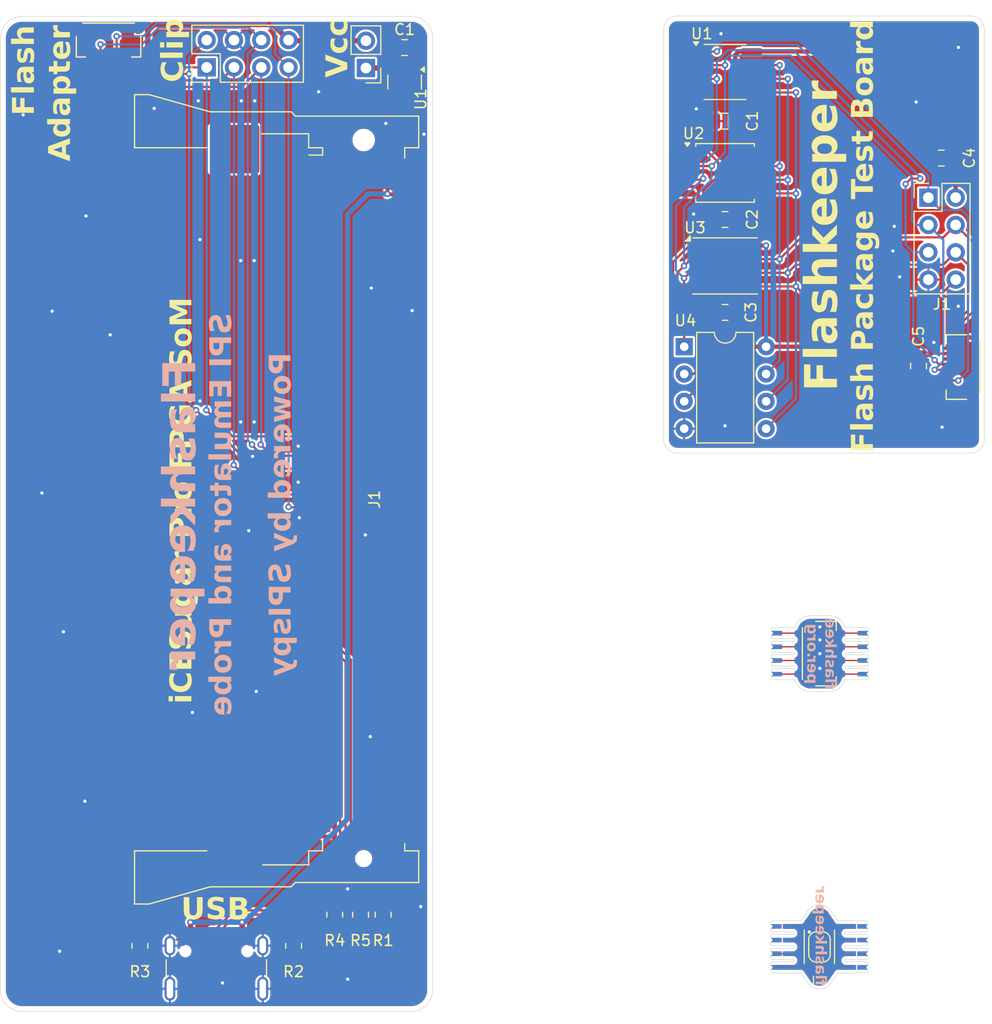
<source format=kicad_pcb>
(kicad_pcb (version 20241229) (generator "pcbnew") (generator_version "9.0")
  (layers (0 "F.Cu" signal) (2 "B.Cu" signal) (13 "F.Paste" user) (15 "B.Paste" user) (5 "F.SilkS" user "F.Silkscreen") (7 "B.SilkS" user "B.Silkscreen") (1 "F.Mask" user) (3 "B.Mask" user) (25 "Edge.Cuts" user))
  (net 0 "")
  (net 1 "CLK")
  (net 2 "+5V")
  (net 3 "GND")
  (net 4 "DI")
  (net 5 "DO")
  (net 6 "{slash}CS")
  (net 7 "Net-(J3-Pin_8)")
  (net 8 "Net-(J2-CC2)")
  (net 9 "+3V3")
  (net 10 "{slash}WP")
  (net 11 "{slash}HOLD")
  (net 12 "Net-(J2-D--PadA7)")
  (net 13 "Net-(J2-D+-PadA6)")
  (net 14 "Net-(J2-CC1)")
  (net 15 "FPGA_D+")
  (net 16 "FPGA_D+_PULL")
  (net 17 "FPGA_D-")
  (net 189 "VCC")
  (net 190 "IO3")
  (net 191 "CS")
  (net 192 "IO2")
  (footprint "Capacitor_SMD:C_0805_2012Metric" (layer "F.Cu") (at 115.521 69.811 180)
    (property "Reference" "C2")
    (property "Value" "0.1uF")
  )
  (footprint "Package_SON:WSON-8-1EP_6x5mm_P1.27mm_EP3.4x4.3mm" (layer "F.Cu") (at 115.525 74.129)
    (property "Reference" "U3")
    (property "Value" "W25Q128JVP")
  )
  (footprint "Capacitor_SMD:C_0805_2012Metric" (layer "F.Cu") (at 133.525 83.426 90)
    (property "Reference" "C5")
    (property "Value" "0.1uF")
  )
  (footprint "Resistor_SMD:R_0805_2012Metric" (layer "F.Cu") (at 83.71 134.43 -90)
    (property "Reference" "R1")
    (property "Value" "1.5k")
  )
  (footprint "Connector_PinHeader_2.54mm:PinHeader_1x02_P2.54mm_Vertical" (layer "F.Cu") (at 82.11 55.73 180)
    (property "Reference" "JP1" (hide yes))
    (property "Value" "Jumper_2_Bridged")
  )
  (footprint "Resistor_SMD:R_0805_2012Metric" (layer "F.Cu") (at 81.61 134.43 -90)
    (property "Reference" "R5")
    (property "Value" "27")
  )
  (footprint "Button_Switch_SMD:SW_DIP_SPSTx01_Slide_Copal_CVS-01xB_W5.9mm_P1mm" (layer "F.Cu") (at 124.3 137.42 90)
    (property "Reference" "SW1" (hide yes))
    (property "Value" "SW_DIP_x01" (hide yes))
  )
  (footprint "Resistor_SMD:R_0805_2012Metric" (layer "F.Cu") (at 79.21 134.43 -90)
    (property "Reference" "R4")
    (property "Value" "27")
  )
  (footprint "Resistor_SMD:R_0805_2012Metric" (layer "F.Cu") (at 75.38 137.33 90)
    (property "Reference" "R2")
    (property "Value" "5.1k")
  )
  (footprint "Resistor_SMD:R_0805_2012Metric" (layer "F.Cu") (at 61.08 137.33 90)
    (property "Reference" "R3")
    (property "Value" "5.1k")
  )
  (footprint "Package_SO:SOIC-8_5.23x5.23mm_P1.27mm" (layer "F.Cu") (at 115.525 65.476)
    (property "Reference" "U2")
    (property "Value" "W25Q128JVS")
  )
  (footprint "Capacitor_SMD:C_0805_2012Metric" (layer "F.Cu") (at 115.525 78.447 180)
    (property "Reference" "C3")
    (property "Value" "0.1uF")
  )
  (footprint "Package_DIP:DIP-8_W7.62mm" (layer "F.Cu") (at 111.725 81.632)
    (property "Reference" "U4")
    (property "Value" "W25Q128JVS")
  )
  (footprint "flashkeeper:SolderConnector_SOIC8Wide" (layer "F.Cu") (at 124.345 110.165)
    (property "Reference" "U1" (hide yes))
    (property "Value" "SPI Flash" (hide yes))
    (fp_line (start -4.52 -1.5113) (end -4.52 -2.2987) (stroke (width 0.05)) (layer "Edge.Cuts") (net 272))
    (fp_line (start -4.52 -1.0287) (end -4.52 -0.2413) (stroke (width 0.05)) (layer "Edge.Cuts") (net 272))
    (fp_line (start -4.52 0.2413) (end -4.52 1.0287) (stroke (width 0.05)) (layer "Edge.Cuts") (net 272))
    (fp_line (start -4.52 1.5113) (end -4.52 2.2987) (stroke (width 0.05)) (layer "Edge.Cuts") (net 272))
    (fp_line (start -4.393 -2.4257) (end -2.4645 -2.4257) (stroke (width 0.05)) (layer "Edge.Cuts") (net 272))
    (fp_line (start -4.393 -1.3843) (end -2.4645 -1.3843) (stroke (width 0.05)) (layer "Edge.Cuts") (net 272))
    (fp_line (start -4.393 -0.1143) (end -2.4645 -0.1143) (stroke (width 0.05)) (layer "Edge.Cuts") (net 272))
    (fp_line (start -4.393 1.1557) (end -2.4645 1.1557) (stroke (width 0.05)) (layer "Edge.Cuts") (net 272))
    (fp_line (start -4.393 2.4257) (end -2.4645 2.4257) (stroke (width 0.05)) (layer "Edge.Cuts") (net 272))
    (fp_line (start -2.4645 -1.1557) (end -4.393 -1.1557) (stroke (width 0.05)) (layer "Edge.Cuts") (net 272))
    (fp_line (start -2.4645 0.1143) (end -4.393 0.1143) (stroke (width 0.05)) (layer "Edge.Cuts") (net 272))
    (fp_line (start -2.4645 1.3843) (end -4.393 1.3843) (stroke (width 0.05)) (layer "Edge.Cuts") (net 272))
    (fp_line (start 2.4645 -1.1557) (end 4.393 -1.1557) (stroke (width 0.05)) (layer "Edge.Cuts") (net 272))
    (fp_line (start 2.4645 0.1143) (end 4.393 0.1143) (stroke (width 0.05)) (layer "Edge.Cuts") (net 272))
    (fp_line (start 2.4645 1.3843) (end 4.393 1.3843) (stroke (width 0.05)) (layer "Edge.Cuts") (net 272))
    (fp_line (start 4.393 -2.4257) (end 2.4645 -2.4257) (stroke (width 0.05)) (layer "Edge.Cuts") (net 272))
    (fp_line (start 4.393 -1.3843) (end 2.4645 -1.3843) (stroke (width 0.05)) (layer "Edge.Cuts") (net 272))
    (fp_line (start 4.393 -0.1143) (end 2.4645 -0.1143) (stroke (width 0.05)) (layer "Edge.Cuts") (net 272))
    (fp_line (start 4.393 1.1557) (end 2.4645 1.1557) (stroke (width 0.05)) (layer "Edge.Cuts") (net 272))
    (fp_line (start 4.393 2.4257) (end 2.4645 2.4257) (stroke (width 0.05)) (layer "Edge.Cuts") (net 272))
    (fp_line (start 4.52 -2.2987) (end 4.52 -1.5113) (stroke (width 0.05)) (layer "Edge.Cuts") (net 272))
    (fp_line (start 4.52 -1.0287) (end 4.52 -0.2413) (stroke (width 0.05)) (layer "Edge.Cuts") (net 272))
    (fp_line (start 4.52 0.2413) (end 4.52 1.0287) (stroke (width 0.05)) (layer "Edge.Cuts") (net 272))
    (fp_line (start 4.52 1.5113) (end 4.52 2.2987) (stroke (width 0.05)) (layer "Edge.Cuts") (net 272))
    (fp_arc (start -4.52 -2.2987) (mid -4.482803 -2.388503) (end -4.393 -2.4257) (stroke (width 0.05)) (layer "Edge.Cuts") (net 272))
    (fp_arc (start -4.52 -1.0287) (mid -4.482803 -1.118503) (end -4.393 -1.1557) (stroke (width 0.05)) (layer "Edge.Cuts") (net 272))
    (fp_arc (start -4.52 0.2413) (mid -4.482803 0.151497) (end -4.393 0.1143) (stroke (width 0.05)) (layer "Edge.Cuts") (net 272))
    (fp_arc (start -4.52 1.5113) (mid -4.482803 1.421497) (end -4.393 1.3843) (stroke (width 0.05)) (layer "Edge.Cuts") (net 272))
    (fp_arc (start -4.393 -1.3843) (mid -4.482803 -1.421497) (end -4.52 -1.5113) (stroke (width 0.05)) (layer "Edge.Cuts") (net 272))
    (fp_arc (start -4.393 -0.1143) (mid -4.482803 -0.151497) (end -4.52 -0.2413) (stroke (width 0.05)) (layer "Edge.Cuts") (net 272))
    (fp_arc (start -4.393 1.1557) (mid -4.482803 1.118503) (end -4.52 1.0287) (stroke (width 0.05)) (layer "Edge.Cuts") (net 272))
    (fp_arc (start -4.393 2.4257) (mid -4.482803 2.388503) (end -4.52 2.2987) (stroke (width 0.05)) (layer "Edge.Cuts") (net 272))
    (fp_arc (start -2.4645 -1.3843) (mid -2.3502 -1.27) (end -2.4645 -1.1557) (stroke (width 0.05)) (layer "Edge.Cuts") (net 272))
    (fp_arc (start -2.4645 -0.1143) (mid -2.3502 0) (end -2.4645 0.1143) (stroke (width 0.05)) (layer "Edge.Cuts") (net 272))
    (fp_arc (start -2.4645 1.1557) (mid -2.3502 1.27) (end -2.4645 1.3843) (stroke (width 0.05)) (layer "Edge.Cuts") (net 272))
    (fp_arc (start 2.4645 -1.1557) (mid 2.3502 -1.27) (end 2.4645 -1.3843) (stroke (width 0.05)) (layer "Edge.Cuts") (net 272))
    (fp_arc (start 2.4645 0.1143) (mid 2.3502 0) (end 2.4645 -0.1143) (stroke (width 0.05)) (layer "Edge.Cuts") (net 272))
    (fp_arc (start 2.4645 1.3843) (mid 2.3502 1.27) (end 2.4645 1.1557) (stroke (width 0.05)) (layer "Edge.Cuts") (net 272))
    (fp_arc (start 4.393 -2.4257) (mid 4.482803 -2.388503) (end 4.52 -2.2987) (stroke (width 0.05)) (layer "Edge.Cuts") (net 272))
    (fp_arc (start 4.393 -1.1557) (mid 4.482803 -1.118503) (end 4.52 -1.0287) (stroke (width 0.05)) (layer "Edge.Cuts") (net 272))
    (fp_arc (start 4.393 0.1143) (mid 4.482803 0.151497) (end 4.52 0.2413) (stroke (width 0.05)) (layer "Edge.Cuts") (net 272))
    (fp_arc (start 4.393 1.3843) (mid 4.482803 1.421497) (end 4.52 1.5113) (stroke (width 0.05)) (layer "Edge.Cuts") (net 272))
    (fp_arc (start 4.52 -1.5113) (mid 4.482803 -1.421497) (end 4.393 -1.3843) (stroke (width 0.05)) (layer "Edge.Cuts") (net 272))
    (fp_arc (start 4.52 -0.2413) (mid 4.482803 -0.151497) (end 4.393 -0.1143) (stroke (width 0.05)) (layer "Edge.Cuts") (net 272))
    (fp_arc (start 4.52 1.0287) (mid 4.482803 1.118503) (end 4.393 1.1557) (stroke (width 0.05)) (layer "Edge.Cuts") (net 272))
    (fp_arc (start 4.52 2.2987) (mid 4.482803 2.388503) (end 4.393 2.4257) (stroke (width 0.05)) (layer "Edge.Cuts") (net 272))
  )
  (footprint "Capacitor_SMD:C_0805_2012Metric" (layer "F.Cu") (at 85.71 53.83)
    (property "Reference" "C1")
    (property "Value" "0.1uF")
  )
  (footprint "flashkeeper:TE_DDR2-SODIMM-200_1565918-4" (layer "F.Cu") (at 86.5 95.82)
    (property "Reference" "J1")
    (property "Value" "SODIMM-200")
  )
  (footprint "Package_TO_SOT_SMD:SOT-23" (layer "F.Cu") (at 85.71 57.03 -90)
    (property "Reference" "U1")
    (property "Value" "MCP1700x-330xxTT")
  )
  (footprint "flashkeeper:USB4215-03-A" (layer "F.Cu") (at 68.19 140.42)
    (property "Reference" "J2" (hide yes))
    (property "Value" "USB_C_Receptacle_USB2.0_16P" (hide yes))
  )
  (footprint "Connector_PinHeader_2.54mm:PinHeader_2x04_P2.54mm_Vertical" (layer "F.Cu") (at 134.444 67.779)
    (property "Reference" "J1")
    (property "Value" "Conn_02x04")
  )
  (footprint "Capacitor_SMD:C_0805_2012Metric" (layer "F.Cu") (at 115.525 60.667 180)
    (property "Reference" "C1")
    (property "Value" "0.1uF")
  )
  (footprint "Capacitor_SMD:C_0805_2012Metric" (layer "F.Cu") (at 135.648 64.096 180)
    (property "Reference" "C4")
    (property "Value" "0.1uF")
  )
  (footprint "flashkeeper:TE_2328702-8" (layer "F.Cu") (at 56.41 54.655 180)
    (property "Reference" "J4" (hide yes))
    (property "Value" "FFC" (hide yes))
  )
  (footprint "Package_SO:SOIC-8_3.9x4.9mm_P1.27mm" (layer "F.Cu") (at 115.525 56.095)
    (property "Reference" "U1")
    (property "Value" "W25Q128JVS")
  )
  (footprint "flashkeeper:SolderConnector_SOIC8Wide" (layer "F.Cu") (at 124.305 137.425)
    (property "Reference" "U1" (hide yes))
    (property "Value" "SPI Flash" (hide yes))
    (fp_line (start -4.52 -1.5113) (end -4.52 -2.2987) (stroke (width 0.05)) (layer "Edge.Cuts") (net 108))
    (fp_line (start -4.52 -1.0287) (end -4.52 -0.2413) (stroke (width 0.05)) (layer "Edge.Cuts") (net 108))
    (fp_line (start -4.52 0.2413) (end -4.52 1.0287) (stroke (width 0.05)) (layer "Edge.Cuts") (net 108))
    (fp_line (start -4.52 1.5113) (end -4.52 2.2987) (stroke (width 0.05)) (layer "Edge.Cuts") (net 108))
    (fp_line (start -4.393 -2.4257) (end -2.4645 -2.4257) (stroke (width 0.05)) (layer "Edge.Cuts") (net 108))
    (fp_line (start -4.393 -1.3843) (end -2.4645 -1.3843) (stroke (width 0.05)) (layer "Edge.Cuts") (net 108))
    (fp_line (start -4.393 -0.1143) (end -2.4645 -0.1143) (stroke (width 0.05)) (layer "Edge.Cuts") (net 108))
    (fp_line (start -4.393 1.1557) (end -2.4645 1.1557) (stroke (width 0.05)) (layer "Edge.Cuts") (net 108))
    (fp_line (start -4.393 2.4257) (end -2.4645 2.4257) (stroke (width 0.05)) (layer "Edge.Cuts") (net 108))
    (fp_line (start -2.4645 -1.1557) (end -4.393 -1.1557) (stroke (width 0.05)) (layer "Edge.Cuts") (net 108))
    (fp_line (start -2.4645 0.1143) (end -4.393 0.1143) (stroke (width 0.05)) (layer "Edge.Cuts") (net 108))
    (fp_line (start -2.4645 1.3843) (end -4.393 1.3843) (stroke (width 0.05)) (layer "Edge.Cuts") (net 108))
    (fp_line (start 2.4645 -1.1557) (end 4.393 -1.1557) (stroke (width 0.05)) (layer "Edge.Cuts") (net 108))
    (fp_line (start 2.4645 0.1143) (end 4.393 0.1143) (stroke (width 0.05)) (layer "Edge.Cuts") (net 108))
    (fp_line (start 2.4645 1.3843) (end 4.393 1.3843) (stroke (width 0.05)) (layer "Edge.Cuts") (net 108))
    (fp_line (start 4.393 -2.4257) (end 2.4645 -2.4257) (stroke (width 0.05)) (layer "Edge.Cuts") (net 108))
    (fp_line (start 4.393 -1.3843) (end 2.4645 -1.3843) (stroke (width 0.05)) (layer "Edge.Cuts") (net 108))
    (fp_line (start 4.393 -0.1143) (end 2.4645 -0.1143) (stroke (width 0.05)) (layer "Edge.Cuts") (net 108))
    (fp_line (start 4.393 1.1557) (end 2.4645 1.1557) (stroke (width 0.05)) (layer "Edge.Cuts") (net 108))
    (fp_line (start 4.393 2.4257) (end 2.4645 2.4257) (stroke (width 0.05)) (layer "Edge.Cuts") (net 108))
    (fp_line (start 4.52 -2.2987) (end 4.52 -1.5113) (stroke (width 0.05)) (layer "Edge.Cuts") (net 108))
    (fp_line (start 4.52 -1.0287) (end 4.52 -0.2413) (stroke (width 0.05)) (layer "Edge.Cuts") (net 108))
    (fp_line (start 4.52 0.2413) (end 4.52 1.0287) (stroke (width 0.05)) (layer "Edge.Cuts") (net 108))
    (fp_line (start 4.52 1.5113) (end 4.52 2.2987) (stroke (width 0.05)) (layer "Edge.Cuts") (net 108))
    (fp_arc (start -4.52 -2.2987) (mid -4.482803 -2.388503) (end -4.393 -2.4257) (stroke (width 0.05)) (layer "Edge.Cuts") (net 108))
    (fp_arc (start -4.52 -1.0287) (mid -4.482803 -1.118503) (end -4.393 -1.1557) (stroke (width 0.05)) (layer "Edge.Cuts") (net 108))
    (fp_arc (start -4.52 0.2413) (mid -4.482803 0.151497) (end -4.393 0.1143) (stroke (width 0.05)) (layer "Edge.Cuts") (net 108))
    (fp_arc (start -4.52 1.5113) (mid -4.482803 1.421497) (end -4.393 1.3843) (stroke (width 0.05)) (layer "Edge.Cuts") (net 108))
    (fp_arc (start -4.393 -1.3843) (mid -4.482803 -1.421497) (end -4.52 -1.5113) (stroke (width 0.05)) (layer "Edge.Cuts") (net 108))
    (fp_arc (start -4.393 -0.1143) (mid -4.482803 -0.151497) (end -4.52 -0.2413) (stroke (width 0.05)) (layer "Edge.Cuts") (net 108))
    (fp_arc (start -4.393 1.1557) (mid -4.482803 1.118503) (end -4.52 1.0287) (stroke (width 0.05)) (layer "Edge.Cuts") (net 108))
    (fp_arc (start -4.393 2.4257) (mid -4.482803 2.388503) (end -4.52 2.2987) (stroke (width 0.05)) (layer "Edge.Cuts") (net 108))
    (fp_arc (start -2.4645 -1.3843) (mid -2.3502 -1.27) (end -2.4645 -1.1557) (stroke (width 0.05)) (layer "Edge.Cuts") (net 108))
    (fp_arc (start -2.4645 -0.1143) (mid -2.3502 0) (end -2.4645 0.1143) (stroke (width 0.05)) (layer "Edge.Cuts") (net 108))
    (fp_arc (start -2.4645 1.1557) (mid -2.3502 1.27) (end -2.4645 1.3843) (stroke (width 0.05)) (layer "Edge.Cuts") (net 108))
    (fp_arc (start 2.4645 -1.1557) (mid 2.3502 -1.27) (end 2.4645 -1.3843) (stroke (width 0.05)) (layer "Edge.Cuts") (net 108))
    (fp_arc (start 2.4645 0.1143) (mid 2.3502 0) (end 2.4645 -0.1143) (stroke (width 0.05)) (layer "Edge.Cuts") (net 108))
    (fp_arc (start 2.4645 1.3843) (mid 2.3502 1.27) (end 2.4645 1.1557) (stroke (width 0.05)) (layer "Edge.Cuts") (net 108))
    (fp_arc (start 4.393 -2.4257) (mid 4.482803 -2.388503) (end 4.52 -2.2987) (stroke (width 0.05)) (layer "Edge.Cuts") (net 108))
    (fp_arc (start 4.393 -1.1557) (mid 4.482803 -1.118503) (end 4.52 -1.0287) (stroke (width 0.05)) (layer "Edge.Cuts") (net 108))
    (fp_arc (start 4.393 0.1143) (mid 4.482803 0.151497) (end 4.52 0.2413) (stroke (width 0.05)) (layer "Edge.Cuts") (net 108))
    (fp_arc (start 4.393 1.3843) (mid 4.482803 1.421497) (end 4.52 1.5113) (stroke (width 0.05)) (layer "Edge.Cuts") (net 108))
    (fp_arc (start 4.52 -1.5113) (mid 4.482803 -1.421497) (end 4.393 -1.3843) (stroke (width 0.05)) (layer "Edge.Cuts") (net 108))
    (fp_arc (start 4.52 -0.2413) (mid 4.482803 -0.151497) (end 4.393 -0.1143) (stroke (width 0.05)) (layer "Edge.Cuts") (net 108))
    (fp_arc (start 4.52 1.0287) (mid 4.482803 1.118503) (end 4.393 1.1557) (stroke (width 0.05)) (layer "Edge.Cuts") (net 108))
    (fp_arc (start 4.52 2.2987) (mid 4.482803 2.388503) (end 4.393 2.4257) (stroke (width 0.05)) (layer "Edge.Cuts") (net 108))
  )
  (footprint "Jumper:SolderJumper-2_P1.3mm_Open_RoundedPad1.0x1.5mm" (layer "F.Cu") (at 124.31 137.43 -90)
    (property "Reference" "JP1" (hide yes))
    (property "Value" "WP" (hide yes))
  )
  (footprint "flashkeeper:TE_2328702-8" (layer "F.Cu") (at 136.145 81.776 90)
    (property "Reference" "J2" (hide yes))
    (property "Value" "FFC" (hide yes))
  )
  (footprint "flashkeeper:TE_2328702-8" (layer "F.Cu") (at 125.815 111.915 -90)
    (property "Reference" "J1" (hide yes))
    (property "Value" "FFC" (hide yes))
  )
  (footprint "Connector_PinHeader_2.54mm:PinHeader_2x04_P2.54mm_Vertical" (layer "F.Cu") (at 67.29 55.67 90)
    (property "Reference" "J3" (hide yes))
    (property "Value" "Header_2x4" (hide yes))
  )
  (gr_line (start 86.31 50.93) (end 50.11 50.93) (stroke (width 0.05)) (layer "Edge.Cuts"))
  (gr_arc (start 88.31 141.43) (mid 87.724214 142.844214) (end 86.31 143.43) (stroke (width 0.05)) (layer "Edge.Cuts"))
  (gr_line (start 139.651 90.258) (end 139.651 52.158) (stroke (width 0.05)) (layer "Edge.Cuts"))
  (gr_line (start 123.47196 113.696596) (end 125.20804 113.696597) (stroke (width 0.05)) (layer "Edge.Cuts"))
  (gr_line (start 122.5975 134.9993) (end 121.8405 134.9993) (stroke (width 0.05)) (layer "Edge.Cuts"))
  (gr_line (start 50.11 143.43) (end 86.31 143.43) (stroke (width 0.05)) (layer "Edge.Cuts"))
  (gr_arc (start 50.11 143.43) (mid 48.695786 142.844214) (end 48.11 141.43) (stroke (width 0.05)) (layer "Edge.Cuts"))
  (gr_line (start 88.31 141.43) (end 88.31 52.93) (stroke (width 0.05)) (layer "Edge.Cuts"))
  (gr_line (start 126.685 107.735) (end 126.815 107.735) (stroke (width 0.05)) (layer "Edge.Cuts"))
  (gr_arc (start 126.675 112.595) (mid 126.124696 113.389728) (end 125.20804 113.696597) (stroke (width 0.05)) (layer "Edge.Cuts"))
  (gr_arc (start 138.381 50.888) (mid 139.279026 51.259974) (end 139.651 52.158) (stroke (width 0.05)) (layer "Edge.Cuts"))
  (gr_arc (start 125.289271 140.89398) (mid 124.3076 141.340015) (end 123.320858 140.905313) (stroke (width 0.05)) (layer "Edge.Cuts"))
  (gr_line (start 122.015 107.735) (end 121.885 107.735) (stroke (width 0.05)) (layer "Edge.Cuts"))
  (gr_line (start 109.806 52.158) (end 109.806 90.258) (stroke (width 0.05)) (layer "Edge.Cuts"))
  (gr_line (start 126.0125 139.8507) (end 126.7695 139.8507) (stroke (width 0.05)) (layer "Edge.Cuts"))
  (gr_line (start 122.5975 134.9993) (end 123.320729 133.95602) (stroke (width 0.05)) (layer "Edge.Cuts"))
  (gr_line (start 126.675 112.595) (end 126.805 112.595) (stroke (width 0.05)) (layer "Edge.Cuts"))
  (gr_arc (start 109.806 52.158) (mid 110.177974 51.259974) (end 111.076 50.888) (stroke (width 0.05)) (layer "Edge.Cuts"))
  (gr_arc (start 48.11 52.93) (mid 48.695786 51.515786) (end 50.11 50.93) (stroke (width 0.05)) (layer "Edge.Cuts"))
  (gr_line (start 126.0125 134.9993) (end 125.289142 133.944687) (stroke (width 0.05)) (layer "Edge.Cuts"))
  (gr_arc (start 122.015 107.735) (mid 122.565304 106.940272) (end 123.48196 106.633403) (stroke (width 0.05)) (layer "Edge.Cuts"))
  (gr_line (start 111.076 91.528) (end 138.381 91.528) (stroke (width 0.05)) (layer "Edge.Cuts"))
  (gr_line (start 138.381 50.888) (end 111.076 50.888) (stroke (width 0.05)) (layer "Edge.Cuts"))
  (gr_arc (start 123.47196 113.696597) (mid 122.555304 113.389728) (end 122.005 112.595) (stroke (width 0.05)) (layer "Edge.Cuts"))
  (gr_arc (start 139.651 90.258) (mid 139.279026 91.156026) (end 138.381 91.528) (stroke (width 0.05)) (layer "Edge.Cuts"))
  (gr_arc (start 125.21804 106.633403) (mid 126.134696 106.940272) (end 126.685 107.735) (stroke (width 0.05)) (layer "Edge.Cuts"))
  (gr_line (start 122.5975 139.8507) (end 123.320858 140.905313) (stroke (width 0.05)) (layer "Edge.Cuts"))
  (gr_arc (start 123.320729 133.95602) (mid 124.3024 133.509985) (end 125.289142 133.944687) (stroke (width 0.05)) (layer "Edge.Cuts"))
  (gr_line (start 122.5975 139.8507) (end 121.8405 139.8507) (stroke (width 0.05)) (layer "Edge.Cuts"))
  (gr_arc (start 86.31 50.93) (mid 87.724214 51.515786) (end 88.31 52.93) (stroke (width 0.05)) (layer "Edge.Cuts"))
  (gr_line (start 126.0125 139.8507) (end 125.289271 140.89398) (stroke (width 0.05)) (layer "Edge.Cuts"))
  (gr_arc (start 111.076 91.528) (mid 110.177974 91.156026) (end 109.806 90.258) (stroke (width 0.05)) (layer "Edge.Cuts"))
  (gr_line (start 125.21804 106.633404) (end 123.48196 106.633403) (stroke (width 0.05)) (layer "Edge.Cuts"))
  (gr_line (start 122.005 112.595) (end 121.875 112.595) (stroke (width 0.05)) (layer "Edge.Cuts"))
  (gr_line (start 48.11 52.93) (end 48.11 141.43) (stroke (width 0.05)) (layer "Edge.Cuts"))
  (gr_line (start 126.7695 134.9993) (end 126.0125 134.9993) (stroke (width 0.05)) (layer "Edge.Cuts"))
  (gr_text "Vcc" (at 80.71 53.88 90) (layer "F.SilkS") (effects (font (size 2 2) (thickness 0.3) (bold yes)) (justify bottom)))
  (gr_text "USB" (at 68.11 135.18 0) (layer "F.SilkS") (effects (font (size 2 2) (thickness 0.3) (bold yes)) (justify bottom)))
  (gr_text "Flash Package Test Board" (at 129.618 71.335 90) (layer "F.SilkS") (effects (font (size 2 2) (thickness 0.3) (bold yes)) (justify bottom)))
  (gr_text "Flash\nAdapter" (at 54.91 51.73 90) (layer "F.SilkS") (effects (font (size 2 2) (thickness 0.3) (bold yes)) (justify right bottom)))
  (gr_text "iCESugar-Pro FPGA SoM" (at 66.21 95.93 90) (layer "F.SilkS") (effects (font (size 2 2) (thickness 0.3) (bold yes)) (justify bottom)))
  (gr_text "Flashkeeper" (at 126.443 71.335 90) (layer "F.SilkS") (effects (font (size 3 3) (thickness 0.3) (bold yes)) (justify bottom)))
  (gr_text "Clip" (at 65.41 54.08 90) (layer "F.SilkS") (effects (font (size 2 2) (thickness 0.3) (bold yes)) (justify bottom)))
  (gr_text "flashkee\nper.org" (at 123.005 110.185 270) (layer "B.SilkS") (effects (font (size 1 1) (thickness 0.1)) (justify bottom mirror)))
  (gr_text "Flashkeeper" (at 66.735 97.229998 90) (layer "B.SilkS") (effects (font (size 3 3) (thickness 0.3) (bold yes)) (justify bottom mirror)))
  (gr_text "Powered by SPIspy" (at 75.435 97.23 90) (layer "B.SilkS") (effects (font (size 2 2) (thickness 0.3) (bold yes)) (justify bottom mirror)))
  (gr_text "SPI Emulator and Probe" (at 69.91 97.229998 90) (layer "B.SilkS") (effects (font (size 2 2) (thickness 0.3) (bold yes)) (justify bottom mirror)))
  (gr_text "flashkeeper" (at 123.78 141.04 270) (layer "B.SilkS") (effects (font (size 1 1) (thickness 0.1)) (justify left bottom mirror)))
  (segment (start 138.135 78.266) (end 138.135 74.01) (width 0.2) (layer "F.Cu") (net 1))
  (segment (start 138.135 74.01) (end 136.984 72.859) (width 0.2) (layer "F.Cu") (net 1))
  (segment (start 128.865 110.8) (end 126.69 110.8) (width 0.12) (layer "F.Cu") (net 1))
  (segment (start 57.41 53.53) (end 57.41 54.655) (width 0.2) (layer "F.Cu") (net 1))
  (segment (start 121.363 74.764) (end 122.117 74.01) (width 0.2) (layer "F.Cu") (net 1))
  (segment (start 136.797 82.776) (end 136.925 82.648) (width 0.2) (layer "F.Cu") (net 1))
  (segment (start 126.575 110.915) (end 126.065 110.915) (width 0.12) (layer "F.Cu") (net 1))
  (segment (start 73.700057 92.97) (end 71.51 90.779943) (width 0.2) (layer "F.Cu") (net 1))
  (segment (start 71.51 90.779943) (end 71.51 90.73) (width 0.2) (layer "F.Cu") (net 1))
  (segment (start 126.69 110.8) (end 126.575 110.915) (width 0.12) (layer "F.Cu") (net 1))
  (segment (start 136.925 79.476) (end 138.135 78.266) (width 0.2) (layer "F.Cu") (net 1))
  (segment (start 119.125 66.111) (end 121.346 66.111) (width 0.2) (layer "F.Cu") (net 1))
  (segment (start 118.225 74.764) (end 121.363 74.764) (width 0.2) (layer "F.Cu") (net 1))
  (segment (start 135.833 74.01) (end 136.984 72.859) (width 0.2) (layer "F.Cu") (net 1))
  (segment (start 122.117 74.01) (end 135.833 74.01) (width 0.2) (layer "F.Cu") (net 1))
  (segment (start 136.145 82.776) (end 136.797 82.776) (width 0.2) (layer "F.Cu") (net 1))
  (segment (start 121.346 66.111) (end 121.363 66.128) (width 0.2) (layer "F.Cu") (net 1))
  (segment (start 118 56.73) (end 121.363 56.73) (width 0.2) (layer "F.Cu") (net 1))
  (segment (start 136.925 82.648) (end 136.925 79.476) (width 0.2) (layer "F.Cu") (net 1))
  (segment (start 77.8 92.97) (end 73.700057 92.97) (width 0.2) (layer "F.Cu") (net 1))
  (via (at 121.363 66.128) (size 0.6) (drill 0.3) (layers "F.Cu" "B.Cu") (net 1))
  (via (at 121.363 56.73) (size 0.6) (drill 0.3) (layers "F.Cu" "B.Cu") (net 1))
  (via (at 71.51 90.73) (size 0.6) (drill 0.3) (layers "F.Cu" "B.Cu") (net 1))
  (via (at 57.41 53.53) (size 0.6) (drill 0.3) (layers "F.Cu" "B.Cu") (net 1))
  (via (at 121.363 74.764) (size 0.6) (drill 0.3) (layers "F.Cu" "B.Cu") (net 1))
  (segment (start 72.37 53.13) (end 71.22 51.98) (width 0.2) (layer "B.Cu") (net 1))
  (segment (start 71.11 90.33) (end 71.11 54.39) (width 0.2) (layer "B.Cu") (net 1))
  (segment (start 71.22 51.98) (end 62.81 51.98) (width 0.2) (layer "B.Cu") (net 1))
  (segment (start 121.363 66.128) (end 121.363 74.764) (width 0.2) (layer "B.Cu") (net 1))
  (segment (start 71.51 90.73) (end 71.11 90.33) (width 0.2) (layer "B.Cu") (net 1))
  (segment (start 121.363 74.764) (end 121.363 84.694) (width 0.2) (layer "B.Cu") (net 1))
  (segment (start 61.26 53.53) (end 57.41 53.53) (width 0.2) (layer "B.Cu") (net 1))
  (segment (start 121.363 84.694) (end 119.345 86.712) (width 0.2) (layer "B.Cu") (net 1))
  (segment (start 71.11 54.39) (end 72.37 53.13) (width 0.2) (layer "B.Cu") (net 1))
  (segment (start 62.81 51.98) (end 61.26 53.53) (width 0.2) (layer "B.Cu") (net 1))
  (segment (start 121.363 56.73) (end 121.363 66.128) (width 0.2) (layer "B.Cu") (net 1))
  (segment (start 86 65.67) (end 84.15 65.67) (width 0.35) (layer "F.Cu") (net 2))
  (segment (start 84.15 65.67) (end 84.11 65.63) (width 0.35) (layer "F.Cu") (net 2))
  (segment (start 65.79 135.14) (end 65.78 135.13) (width 0.5) (layer "F.Cu") (net 2))
  (segment (start 84.15 66.27) (end 84.11 66.23) (width 0.35) (layer "F.Cu") (net 2))
  (segment (start 84.15 65.07) (end 84.11 65.03) (width 0.35) (layer "F.Cu") (net 2))
  (segment (start 84.15 67.47) (end 84.11 67.43) (width 0.35) (layer "F.Cu") (net 2))
  (segment (start 86 67.47) (end 84.15 67.47) (width 0.35) (layer "F.Cu") (net 2))
  (segment (start 84.25 64.47) (end 86 64.47) (width 0.35) (layer "F.Cu") (net 2))
  (segment (start 84.11 65.03) (end 84.11 64.83) (width 0.35) (layer "F.Cu") (net 2))
  (segment (start 84.11 65.63) (end 84.11 65.03) (width 0.35) (layer "F.Cu") (net 2))
  (segment (start 84.11 64.33) (end 85.71 62.73) (width 0.35) (layer "F.Cu") (net 2))
  (segment (start 70.59 135.14) (end 70.58 135.13) (width 0.5) (layer "F.Cu") (net 2))
  (segment (start 84.11 66.23) (end 84.11 65.63) (width 0.35) (layer "F.Cu") (net 2))
  (segment (start 84.11 64.83) (end 84.11 64.33) (width 0.35) (layer "F.Cu") (net 2))
  (segment (start 65.79 136.74) (end 65.79 135.14) (width 0.5) (layer "F.Cu") (net 2))
  (segment (start 84.11 66.87) (end 84.11 66.23) (width 0.35) (layer "F.Cu") (net 2))
  (segment (start 86 65.07) (end 84.15 65.07) (width 0.35) (layer "F.Cu") (net 2))
  (segment (start 85.71 62.73) (end 85.71 57.9675) (width 0.35) (layer "F.Cu") (net 2))
  (segment (start 86 66.87) (end 84.11 66.87) (width 0.35) (layer "F.Cu") (net 2))
  (segment (start 86 66.27) (end 84.15 66.27) (width 0.35) (layer "F.Cu") (net 2))
  (segment (start 84.11 64.33) (end 84.25 64.47) (width 0.35) (layer "F.Cu") (net 2))
  (segment (start 70.59 136.74) (end 70.59 135.14) (width 0.5) (layer "F.Cu") (net 2))
  (segment (start 84.11 66.87) (end 84.11 67.43) (width 0.35) (layer "F.Cu") (net 2))
  (via (at 65.78 135.13) (size 0.6) (drill 0.3) (layers "F.Cu" "B.Cu") (net 2))
  (via (at 70.58 135.13) (size 0.6) (drill 0.3) (layers "F.Cu" "B.Cu") (net 2))
  (via (at 84.11 67.43) (size 0.6) (drill 0.3) (layers "F.Cu" "B.Cu") (net 2))
  (segment (start 80.41 69.33) (end 80.41 125.53) (width 0.5) (layer "B.Cu") (net 2))
  (segment (start 82.31 67.43) (end 80.41 69.33) (width 0.5) (layer "B.Cu") (net 2))
  (segment (start 80.41 125.53) (end 70.81 135.13) (width 0.5) (layer "B.Cu") (net 2))
  (segment (start 84.11 67.43) (end 82.31 67.43) (width 0.5) (layer "B.Cu") (net 2))
  (segment (start 70.58 135.13) (end 65.78 135.13) (width 0.5) (layer "B.Cu") (net 2))
  (segment (start 124.31 140.31) (end 124.3 140.32) (width 0.12) (layer "F.Cu") (net 3))
  (segment (start 119.825 112.07) (end 122.3 112.07) (width 0.12) (layer "F.Cu") (net 3))
  (segment (start 124.31 138.08) (end 124.29 138.06) (width 0.12) (layer "F.Cu") (net 3))
  (via (at 51.96 95.23) (size 0.6) (drill 0.3) (layers "F.Cu" "B.Cu") (net 3))
  (via (at 71.71 88.63) (size 0.6) (drill 0.3) (layers "F.Cu" "B.Cu") (net 3))
  (via (at 75.81 94.23) (size 0.6) (drill 0.3) (layers "F.Cu" "B.Cu") (net 3))
  (via (at 137.225 77.876) (size 0.6) (drill 0.3) (layers "F.Cu" "B.Cu") (net 3))
  (via (at 134.952 81.241) (size 0.6) (drill 0.3) (layers "F.Cu" "B.Cu") (net 3))
  (via (at 124.538 84.67) (size 0.6) (drill 0.3) (layers "F.Cu" "B.Cu") (net 3))
  (via (at 123.36 136.04) (size 0.6) (drill 0.3) (layers "F.Cu" "B.Cu") (net 3))
  (via (at 71.91 113.68) (size 0.6) (drill 0.3) (layers "F.Cu" "B.Cu") (net 3))
  (via (at 133.301 58.889) (size 0.6) (drill 0.3) (layers "F.Cu" "B.Cu") (net 3))
  (via (at 75.81 90.88) (size 0.6) (drill 0.3) (layers "F.Cu" "B.Cu") (net 3))
  (via (at 71.56 91.83) (size 0.6) (drill 0.3) (layers "F.Cu" "B.Cu") (net 3))
  (via (at 137.238 53.809) (size 0.6) (drill 0.3) (layers "F.Cu" "B.Cu") (net 3))
  (via (at 82.06 99.13) (size 0.6) (drill 0.3) (layers "F.Cu" "B.Cu") (net 3))
  (via (at 82.61 76.18) (size 0.6) (drill 0.3) (layers "F.Cu" "B.Cu") (net 3))
  (via (at 131.777 75.145) (size 0.6) (drill 0.3) (layers "F.Cu" "B.Cu") (net 3))
  (via (at 87.51 61.88) (size 0.6) (drill 0.3) (layers "F.Cu" "B.Cu") (net 3))
  (via (at 87.21 133.68) (size 0.6) (drill 0.3) (layers "F.Cu" "B.Cu") (net 3))
  (via (at 55.96 123.88) (size 0.6) (drill 0.3) (layers "F.Cu" "B.Cu") (net 3))
  (via (at 65.96 115.63) (size 0.6) (drill 0.3) (layers "F.Cu" "B.Cu") (net 3))
  (via (at 58.31 80.53) (size 0.6) (drill 0.3) (layers "F.Cu" "B.Cu") (net 3))
  (via (at 71.76 58.78) (size 0.6) (drill 0.3) (layers "F.Cu" "B.Cu") (net 3))
  (via (at 70.51 58.78) (size 0.6) (drill 0.3) (layers "F.Cu" "B.Cu") (net 3))
  (via (at 112.6 69.303) (size 0.6) (drill 0.3) (layers "F.Cu" "B.Cu") (net 3))
  (via (at 83.96 60.88) (size 0.6) (drill 0.3) (layers "F.Cu" "B.Cu") (net 3))
  (via (at 66.66 71.68) (size 0.6) (drill 0.3) (layers "F.Cu" "B.Cu") (net 3))
  (via (at 70.46 88.63) (size 0.6) (drill 0.3) (layers "F.Cu" "B.Cu") (net 3))
  (via (at 112.854 59.524) (size 0.6) (drill 0.3) (layers "F.Cu" "B.Cu") (net 3))
  (via (at 131.142 72.732) (size 0.6) (drill 0.3) (layers "F.Cu" "B.Cu") (net 3))
  (via (at 124.345 111.535) (size 0.6) (drill 0.3) (layers "F.Cu" "B.Cu") (net 3))
  (via (at 86.41 78.28) (size 0.6) (drill 0.3) (layers "F.Cu" "B.Cu") (net 3))
  (via (at 124.345 110.165) (size 0.6) (drill 0.3) (layers "F.Cu" "B.Cu") (net 3))
  (via (at 131.269 70.446) (size 0.6) (drill 0.3) (layers "F.Cu" "B.Cu") (net 3))
  (via (at 56.06 69.48) (size 0.6) (drill 0.3) (layers "F.Cu" "B.Cu") (net 3))
  (via (at 124.345 107.675) (size 0.6) (drill 0.3) (layers "F.Cu" "B.Cu") (net 3))
  (via (at 124.345 108.885) (size 0.6) (drill 0.3) (layers "F.Cu" "B.Cu") (net 3))
  (via (at 71.21 98.73) (size 0.6) (drill 0.3) (layers "F.Cu" "B.Cu") (net 3))
  (via (at 53.61 137.83) (size 0.6) (drill 0.3) (layers "F.Cu" "B.Cu") (net 3))
  (via (at 75.91 97.53) (size 0.6) (drill 0.3) (layers "F.Cu" "B.Cu") (net 3))
  (via (at 68.76 140.78) (size 0.6) (drill 0.3) (layers "F.Cu" "B.Cu") (net 3))
  (via (at 82.51 117.88) (size 0.6) (drill 0.3) (layers "F.Cu" "B.Cu") (net 3))
  (via (at 62.41 59.48) (size 0.6) (drill 0.3) (layers "F.Cu" "B.Cu") (net 3))
  (via (at 66.66 86.68) (size 0.6) (drill 0.3) (layers "F.Cu" "B.Cu") (net 3))
  (via (at 71.71 73.63) (size 0.6) (drill 0.3) (layers "F.Cu" "B.Cu") (net 3))
  (via (at 135.714 89.115) (size 0.6) (drill 0.3) (layers "F.Cu" "B.Cu") (net 3))
  (via (at 80.41 132.03) (size 0.6) (drill 0.3) (layers "F.Cu" "B.Cu") (net 3))
  (via (at 115.14 52.539) (size 0.6) (drill 0.3) (layers "F.Cu" "B.Cu") (net 3))
  (via (at 80.41 140.43) (size 0.6) (drill 0.3) (layers "F.Cu" "B.Cu") (net 3))
  (via (at 70.46 73.63) (size 0.6) (drill 0.3) (layers "F.Cu" "B.Cu") (net 3))
  (via (at 50.21 60.08) (size 0.6) (drill 0.3) (layers "F.Cu" "B.Cu") (net 3))
  (via (at 53.96 108.13) (size 0.6) (drill 0.3) (layers "F.Cu" "B.Cu") (net 3))
  (via (at 115.521 88.988) (size 0.6) (drill 0.3) (layers "F.Cu" "B.Cu") (net 3))
  (via (at 66.51 58.78) (size 0.6) (drill 0.3) (layers "F.Cu" "B.Cu") (net 3))
  (via (at 77.71 57.93) (size 0.6) (drill 0.3) (layers "F.Cu" "B.Cu") (net 3))
  (via (at 52.91 78.33) (size 0.6) (drill 0.3) (layers "F.Cu" "B.Cu") (net 3))
  (segment (start 72.37 55.67) (end 70.56 57.48) (width 0.2) (layer "F.Cu") (net 4))
  (segment (start 126.535 111.915) (end 126.065 111.915) (width 0.12) (layer "F.Cu") (net 4))
  (segment (start 135.714 76.669) (end 135.718 76.669) (width 0.2) (layer "F.Cu") (net 4))
  (segment (start 122.108 67.381) (end 122.125 67.398) (width 0.2) (layer "F.Cu") (net 4))
  (segment (start 128.865 112.07) (end 126.69 112.07) (width 0.12) (layer "F.Cu") (net 4))
  (segment (start 136.145 77.096) (end 136.145 81.776) (width 0.2) (layer "F.Cu") (net 4))
  (segment (start 73.35 91.77) (end 72.31 90.73) (width 0.2) (layer "F.Cu") (net 4))
  (segment (start 119.125 67.381) (end 122.108 67.381) (width 0.2) (layer "F.Cu") (net 4))
  (segment (start 135.714 76.669) (end 136.984 75.399) (width 0.2) (layer "F.Cu") (net 4))
  (segment (start 77.8 91.77) (end 73.35 91.77) (width 0.2) (layer "F.Cu") (net 4))
  (segment (start 126.69 112.07) (end 126.535 111.915) (width 0.12) (layer "F.Cu") (net 4))
  (segment (start 135.718 76.669) (end 136.145 77.096) (width 0.2) (layer "F.Cu") (net 4))
  (segment (start 56.41 55.307) (end 56.41 54.655) (width 0.2) (layer "F.Cu") (net 4))
  (segment (start 122.76 76.669) (end 135.714 76.669) (width 0.2) (layer "F.Cu") (net 4))
  (segment (start 122.125 76.034) (end 122.76 76.669) (width 0.2) (layer "F.Cu") (net 4))
  (segment (start 58.583 57.48) (end 56.41 55.307) (width 0.2) (layer "F.Cu") (net 4))
  (segment (start 118 58) (end 122.125 58) (width 0.2) (layer "F.Cu") (net 4))
  (segment (start 70.56 57.48) (end 58.583 57.48) (width 0.2) (layer "F.Cu") (net 4))
  (segment (start 118.225 76.034) (end 122.125 76.034) (width 0.2) (layer "F.Cu") (net 4))
  (via (at 72.31 90.73) (size 0.6) (drill 0.3) (layers "F.Cu" "B.Cu") (net 4))
  (via (at 122.125 58) (size 0.6) (drill 0.3) (layers "F.Cu" "B.Cu") (net 4))
  (via (at 122.125 76.034) (size 0.6) (drill 0.3) (layers "F.Cu" "B.Cu") (net 4))
  (via (at 122.125 67.398) (size 0.6) (drill 0.3) (layers "F.Cu" "B.Cu") (net 4))
  (segment (start 72.37 90.67) (end 72.37 55.67) (width 0.2) (layer "B.Cu") (net 4))
  (segment (start 122.125 76.034) (end 122.125 86.472) (width 0.2) (layer "B.Cu") (net 4))
  (segment (start 122.125 58) (end 122.125 67.398) (width 0.2) (layer "B.Cu") (net 4))
  (segment (start 122.125 86.472) (end 119.345 89.252) (width 0.2) (layer "B.Cu") (net 4))
  (segment (start 122.125 67.398) (end 122.125 76.034) (width 0.2) (layer "B.Cu") (net 4))
  (segment (start 72.31 90.73) (end 72.37 90.67) (width 0.2) (layer "B.Cu") (net 4))
  (segment (start 59.45 56.27) (end 65.66 56.27) (width 0.2) (layer "F.Cu") (net 5))
  (segment (start 58.41 55.23) (end 59.45 56.27) (width 0.2) (layer "F.Cu") (net 5))
  (segment (start 77.8 95.37) (end 74.15 95.37) (width 0.2) (layer "F.Cu") (net 5))
  (segment (start 124.74 109.53) (end 125.125 109.915) (width 0.12) (layer "F.Cu") (net 5))
  (segment (start 113.05 55.46) (end 115.521 55.46) (width 0.2) (layer "F.Cu") (net 5))
  (segment (start 119.825 109.53) (end 124.74 109.53) (width 0.12) (layer "F.Cu") (net 5))
  (segment (start 111.711 74.129) (end 112.346 73.494) (width 0.2) (layer "F.Cu") (net 5))
  (segment (start 114.286 64.837765) (end 113.475235 64.837765) (width 0.2) (layer "F.Cu") (net 5))
  (segment (start 111.725 84.172) (end 112.59 84.172) (width 0.2) (layer "F.Cu") (net 5))
  (segment (start 111.096 78.721) (end 111.096 74.744) (width 0.2) (layer "F.Cu") (net 5))
  (segment (start 58.41 54.655) (end 58.41 55.23) (width 0.2) (layer "F.Cu") (net 5))
  (segment (start 113.475235 64.837765) (end 113.472 64.841) (width 0.2) (layer "F.Cu") (net 5))
  (segment (start 125.125 109.915) (end 126.065 109.915) (width 0.12) (layer "F.Cu") (net 5))
  (segment (start 113.108 83.654) (end 113.108 80.733) (width 0.2) (layer "F.Cu") (net 5))
  (segment (start 112.59 84.172) (end 113.108 83.654) (width 0.2) (layer "F.Cu") (net 5))
  (segment (start 113.108 80.733) (end 111.096 78.721) (width 0.2) (layer "F.Cu") (net 5))
  (segment (start 135.025 83.776) (end 136.145 83.776) (width 0.2) (layer "F.Cu") (net 5))
  (segment (start 112.346 73.494) (end 112.825 73.494) (width 0.2) (layer "F.Cu") (net 5))
  (segment (start 74.15 95.37) (end 66.31 87.53) (width 0.2) (layer "F.Cu") (net 5))
  (segment (start 111.096 74.744) (end 111.711 74.129) (width 0.2) (layer "F.Cu") (net 5))
  (segment (start 113.472 64.841) (end 111.925 64.841) (width 0.2) (layer "F.Cu") (net 5))
  (via (at 135.025 83.776) (size 0.6) (drill 0.3) (layers "F.Cu" "B.Cu") (net 5))
  (via (at 115.521 55.46) (size 0.6) (drill 0.3) (layers "F.Cu" "B.Cu") (net 5))
  (via (at 114.286 64.837765) (size 0.6) (drill 0.3) (layers "F.Cu" "B.Cu") (net 5))
  (via (at 111.711 74.129) (size 0.6) (drill 0.3) (layers "F.Cu" "B.Cu") (net 5))
  (via (at 65.66 56.27) (size 0.6) (drill 0.3) (layers "F.Cu" "B.Cu") (net 5))
  (via (at 66.31 87.53) (size 0.6) (drill 0.3) (layers "F.Cu" "B.Cu") (net 5))
  (segment (start 111.711 68.668) (end 111.711 74.129) (width 0.2) (layer "B.Cu") (net 5))
  (segment (start 134.444 70.319) (end 135.833 71.708) (width 0.2) (layer "B.Cu") (net 5))
  (segment (start 114.251 66.128) (end 111.711 68.668) (width 0.2) (layer "B.Cu") (net 5))
  (segment (start 115.521 63.602765) (end 114.286 64.837765) (width 0.2) (layer "B.Cu") (net 5))
  (segment (start 115.521 55.46) (end 115.521 63.602765) (width 0.2) (layer "B.Cu") (net 5))
  (segment (start 115.902 54.571) (end 121.617 54.571) (width 0.2) (layer "B.Cu") (net 5))
  (segment (start 115.521 55.46) (end 115.521 54.952) (width 0.2) (layer "B.Cu") (net 5))
  (segment (start 114.251 64.872765) (end 114.251 66.128) (width 0.2) (layer "B.Cu") (net 5))
  (segment (start 65.66 54.76) (end 67.29 53.13) (width 0.2) (layer "B.Cu") (net 5))
  (segment (start 65.66 86.88) (end 65.66 54.76) (width 0.2) (layer "B.Cu") (net 5))
  (segment (start 114.286 64.837765) (end 114.251 64.872765) (width 0.2) (layer "B.Cu") (net 5))
  (segment (start 115.521 54.952) (end 115.902 54.571) (width 0.2) (layer "B.Cu") (net 5))
  (segment (start 133.301 70.319) (end 134.444 70.319) (width 0.2) (layer "B.Cu") (net 5))
  (segment (start 135.833 71.708) (end 135.833 82.968) (width 0.2) (layer "B.Cu") (net 5))
  (segment (start 66.31 87.53) (end 65.66 86.88) (width 0.2) (layer "B.Cu") (net 5))
  (segment (start 135.833 82.968) (end 135.025 83.776) (width 0.2) (layer "B.Cu") (net 5))
  (segment (start 132.92 65.874) (end 132.92 69.938) (width 0.2) (layer "B.Cu") (net 5))
  (segment (start 121.617 54.571) (end 132.92 65.874) (width 0.2) (layer "B.Cu") (net 5))
  (segment (start 132.92 69.938) (end 133.301 70.319) (width 0.2) (layer "B.Cu") (net 5))
  (segment (start 69.7 89.97) (end 67.26 87.53) (width 0.2) (layer "F.Cu") (net 6))
  (segment (start 124.54 108.26) (end 125.195 108.915) (width 0.12) (layer "F.Cu") (net 6))
  (segment (start 125.195 108.915) (end 126.065 108.915) (width 0.12) (layer "F.Cu") (net 6))
  (segment (start 59.41 54.655) (end 59.41 55.307) (width 0.2) (layer "F.Cu") (net 6))
  (segment (start 59.41 55.307) (end 59.773 55.67) (width 0.2) (layer "F.Cu") (net 6))
  (segment (start 59.773 55.67) (end 67.29 55.67) (width 0.2) (layer "F.Cu") (net 6))
  (segment (start 77.8 89.97) (end 69.7 89.97) (width 0.2) (layer "F.Cu") (net 6))
  (segment (start 119.825 108.26) (end 124.54 108.26) (width 0.12) (layer "F.Cu") (net 6))
  (via (at 67.26 87.53) (size 0.6) (drill 0.3) (layers "F.Cu" "B.Cu") (net 6))
  (segment (start 67.26 87.53) (end 67.29 87.5) (width 0.2) (layer "B.Cu") (net 6))
  (segment (start 67.29 87.5) (end 67.29 55.67) (width 0.2) (layer "B.Cu") (net 6))
  (segment (start 61.81 52.28) (end 61.81 54.18) (width 0.5) (layer "F.Cu") (net 7))
  (segment (start 73.461 51.681) (end 62.409 51.681) (width 0.5) (layer "F.Cu") (net 7))
  (segment (start 74.97 53.19) (end 74.91 53.13) (width 0.5) (layer "F.Cu") (net 7))
  (segment (start 82.11 53.19) (end 74.97 53.19) (width 0.5) (layer "F.Cu") (net 7))
  (segment (start 61.335 54.655) (end 60.011 54.655) (width 0.5) (layer "F.Cu") (net 7))
  (segment (start 62.409 51.681) (end 61.81 52.28) (width 0.5) (layer "F.Cu") (net 7))
  (segment (start 61.81 54.18) (end 61.335 54.655) (width 0.5) (layer "F.Cu") (net 7))
  (segment (start 74.91 53.13) (end 73.461 51.681) (width 0.5) (layer "F.Cu") (net 7))
  (segment (start 71.538992 139.23) (end 74.3925 139.23) (width 0.2) (layer "F.Cu") (net 8))
  (segment (start 74.3925 139.23) (end 75.38 138.2425) (width 0.2) (layer "F.Cu") (net 8))
  (segment (start 69.94 137.631008) (end 71.538992 139.23) (width 0.2) (layer "F.Cu") (net 8))
  (segment (start 69.94 136.74) (end 69.94 137.631008) (width 0.2) (layer "F.Cu") (net 8))
  (segment (start 83.8725 56.0925) (end 83.51 55.73) (width 0.5) (layer "F.Cu") (net 9))
  (segment (start 84.76 53.83) (end 84.76 56.0925) (width 0.5) (layer "F.Cu") (net 9))
  (segment (start 84.76 56.0925) (end 83.8725 56.0925) (width 0.5) (layer "F.Cu") (net 9))
  (segment (start 83.51 55.73) (end 82.11 55.73) (width 0.5) (layer "F.Cu") (net 9))
  (segment (start 82.11 55.73) (end 82.31 55.93) (width 0.35) (layer "F.Cu") (net 9))
  (segment (start 123.23 137.03) (end 123.48 136.78) (width 0.12) (layer "F.Cu") (net 10))
  (segment (start 123.48 136.78) (end 124.31 136.78) (width 0.12) (layer "F.Cu") (net 10))
  (segment (start 57.91 54.655) (end 57.91 55.58) (width 0.2) (layer "F.Cu") (net 10))
  (segment (start 77.8 98.37) (end 75.55 98.37) (width 0.2) (layer "F.Cu") (net 10))
  (segment (start 75.55 98.37) (end 69.81 92.63) (width 0.2) (layer "F.Cu") (net 10))
  (segment (start 59.201 56.871) (end 68.629 56.871) (width 0.2) (layer "F.Cu") (net 10))
  (segment (start 125.125 110.415) (end 126.065 110.415) (width 0.12) (layer "F.Cu") (net 10))
  (segment (start 124.74 110.8) (end 125.125 110.415) (width 0.12) (layer "F.Cu") (net 10))
  (segment (start 124.31 136.78) (end 124.31 136.49) (width 0.12) (layer "F.Cu") (net 10))
  (segment (start 68.629 56.871) (end 69.83 55.67) (width 0.2) (layer "F.Cu") (net 10))
  (segment (start 124.3 136.48) (end 124.3 134.42) (width 0.12) (layer "F.Cu") (net 10))
  (segment (start 120.305 138.06) (end 122.98 138.06) (width 0.12) (layer "F.Cu") (net 10))
  (segment (start 124.31 136.49) (end 124.3 136.48) (width 0.12) (layer "F.Cu") (net 10))
  (segment (start 57.91 55.58) (end 59.201 56.871) (width 0.2) (layer "F.Cu") (net 10))
  (segment (start 122.98 138.06) (end 123.23 137.81) (width 0.12) (layer "F.Cu") (net 10))
  (segment (start 119.825 110.8) (end 124.74 110.8) (width 0.12) (layer "F.Cu") (net 10))
  (segment (start 123.23 137.81) (end 123.23 137.03) (width 0.12) (layer "F.Cu") (net 10))
  (via (at 69.81 92.63) (size 0.6) (drill 0.3) (layers "F.Cu" "B.Cu") (net 10))
  (segment (start 69.81 92.63) (end 69.81 92.28) (width 0.2) (layer "B.Cu") (net 10))
  (segment (start 69.83 92.26) (end 69.83 55.67) (width 0.2) (layer "B.Cu") (net 10))
  (segment (start 69.81 92.28) (end 69.83 92.26) (width 0.2) (layer "B.Cu") (net 10))
  (segment (start 126.585 109.415) (end 126.065 109.415) (width 0.12) (layer "F.Cu") (net 11))
  (segment (start 77.8 96.57) (end 74.95 96.57) (width 0.2) (layer "F.Cu") (net 11))
  (segment (start 126.7 109.53) (end 126.585 109.415) (width 0.12) (layer "F.Cu") (net 11))
  (segment (start 128.865 109.53) (end 126.7 109.53) (width 0.12) (layer "F.Cu") (net 11))
  (segment (start 58.91 54.655) (end 58.91 52.78) (width 0.2) (layer "F.Cu") (net 11))
  (segment (start 74.95 96.57) (end 74.91 96.53) (width 0.2) (layer "F.Cu") (net 11))
  (via (at 58.91 52.78) (size 0.6) (drill 0.3) (layers "F.Cu" "B.Cu") (net 11))
  (via (at 74.91 96.53) (size 0.6) (drill 0.3) (layers "F.Cu" "B.Cu") (net 11))
  (segment (start 61.385 52.78) (end 62.585 51.58) (width 0.2) (layer "B.Cu") (net 11))
  (segment (start 62.585 51.58) (end 72.81 51.58) (width 0.2) (layer "B.Cu") (net 11))
  (segment (start 74.91 96.53) (end 74.91 55.67) (width 0.2) (layer "B.Cu") (net 11))
  (segment (start 73.66 52.43) (end 73.66 54.42) (width 0.2) (layer "B.Cu") (net 11))
  (segment (start 58.91 52.78) (end 61.385 52.78) (width 0.2) (layer "B.Cu") (net 11))
  (segment (start 72.81 51.58) (end 73.66 52.43) (width 0.2) (layer "B.Cu") (net 11))
  (segment (start 73.66 54.42) (end 74.91 55.67) (width 0.2) (layer "B.Cu") (net 11))
  (segment (start 67.44 136.74) (end 67.44 135.97) (width 0.2) (layer "F.Cu") (net 12))
  (segment (start 77.8225 135.3425) (end 79.21 135.3425) (width 0.2) (layer "F.Cu") (net 12))
  (segment (start 68.44 135.99) (end 68.44 136.74) (width 0.2) (layer "F.Cu") (net 12))
  (segment (start 67.68 135.73) (end 68.18 135.73) (width 0.2) (layer "F.Cu") (net 12))
  (segment (start 67.44 135.97) (end 67.68 135.73) (width 0.2) (layer "F.Cu") (net 12))
  (segment (start 76.51 134.03) (end 77.8225 135.3425) (width 0.2) (layer "F.Cu") (net 12))
  (segment (start 68.18 135.73) (end 69.88 134.03) (width 0.2) (layer "F.Cu") (net 12))
  (segment (start 69.88 134.03) (end 76.51 134.03) (width 0.2) (layer "F.Cu") (net 12))
  (segment (start 68.18 135.73) (end 68.44 135.99) (width 0.2) (layer "F.Cu") (net 12))
  (segment (start 76.3429 134.43) (end 78.2429 136.33) (width 0.2) (layer "F.Cu") (net 13))
  (segment (start 68.94 137.57) (end 68.94 136.74) (width 0.2) (layer "F.Cu") (net 13))
  (segment (start 67.94 136.74) (end 67.94 137.59) (width 0.2) (layer "F.Cu") (net 13))
  (segment (start 78.2429 136.33) (end 80.6225 136.33) (width 0.2) (layer "F.Cu") (net 13))
  (segment (start 67.94 137.59) (end 68.18 137.83) (width 0.2) (layer "F.Cu") (net 13))
  (segment (start 68.68 137.83) (end 68.94 137.57) (width 0.2) (layer "F.Cu") (net 13))
  (segment (start 80.6225 136.33) (end 81.61 135.3425) (width 0.2) (layer "F.Cu") (net 13))
  (segment (start 70.0471 134.43) (end 76.3429 134.43) (width 0.2) (layer "F.Cu") (net 13))
  (segment (start 68.94 135.5371) (end 70.0471 134.43) (width 0.2) (layer "F.Cu") (net 13))
  (segment (start 68.94 136.74) (end 68.94 135.5371) (width 0.2) (layer "F.Cu") (net 13))
  (segment (start 68.18 137.83) (end 68.68 137.83) (width 0.2) (layer "F.Cu") (net 13))
  (segment (start 64.958824 139.33) (end 62.1675 139.33) (width 0.2) (layer "F.Cu") (net 14))
  (segment (start 62.1675 139.33) (end 61.08 138.2425) (width 0.2) (layer "F.Cu") (net 14))
  (segment (start 66.94 136.74) (end 66.94 137.348824) (width 0.2) (layer "F.Cu") (net 14))
  (segment (start 66.94 137.348824) (end 64.958824 139.33) (width 0.2) (layer "F.Cu") (net 14))
  (segment (start 79.45 110.97) (end 77.8 110.97) (width 0.2) (layer "F.Cu") (net 15))
  (segment (start 83.435 135.3425) (end 81.61 133.5175) (width 0.2) (layer "F.Cu") (net 15))
  (segment (start 78.11 134.13) (end 78.11 131.93) (width 0.2) (layer "F.Cu") (net 15))
  (segment (start 78.11 131.93) (end 79.71 130.33) (width 0.2) (layer "F.Cu") (net 15))
  (segment (start 79.71 130.33) (end 79.71 111.23) (width 0.2) (layer "F.Cu") (net 15))
  (segment (start 83.71 135.3425) (end 83.435 135.3425) (width 0.2) (layer "F.Cu") (net 15))
  (segment (start 80.6975 134.43) (end 78.41 134.43) (width 0.2) (layer "F.Cu") (net 15))
  (segment (start 78.41 134.43) (end 78.11 134.13) (width 0.2) (layer "F.Cu") (net 15))
  (segment (start 81.61 133.5175) (end 80.6975 134.43) (width 0.2) (layer "F.Cu") (net 15))
  (segment (start 79.71 111.23) (end 79.45 110.97) (width 0.2) (layer "F.Cu") (net 15))
  (segment (start 80.71 130.63) (end 80.71 110.73) (width 0.2) (layer "F.Cu") (net 16))
  (segment (start 79.75 109.77) (end 77.8 109.77) (width 0.2) (layer "F.Cu") (net 16))
  (segment (start 80.71 110.73) (end 79.75 109.77) (width 0.2) (layer "F.Cu") (net 16))
  (segment (start 83.71 133.5175) (end 83.5975 133.5175) (width 0.2) (layer "F.Cu") (net 16))
  (segment (start 83.5975 133.5175) (end 80.71 130.63) (width 0.2) (layer "F.Cu") (net 16))
  (segment (start 79.21 131.53) (end 79.21 133.5175) (width 0.2) (layer "F.Cu") (net 17))
  (segment (start 80.21 110.93) (end 80.21 130.53) (width 0.2) (layer "F.Cu") (net 17))
  (segment (start 77.8 110.37) (end 79.65 110.37) (width 0.2) (layer "F.Cu") (net 17))
  (segment (start 79.65 110.37) (end 80.21 110.93) (width 0.2) (layer "F.Cu") (net 17))
  (segment (start 80.21 130.53) (end 79.21 131.53) (width 0.2) (layer "F.Cu") (net 17))
  (segment (start 117.553 69.811) (end 118.225 70.483) (width 0.4) (layer "F.Cu") (net 189))
  (segment (start 136.145 85.276) (end 135.425 85.276) (width 0.2) (layer "F.Cu") (net 189))
  (segment (start 116.475 62.383) (end 116.475 60.667) (width 0.4) (layer "F.Cu") (net 189))
  (segment (start 136.598 57.741) (end 133.047 54.19) (width 0.4) (layer "F.Cu") (net 189))
  (segment (start 116.471 69.811) (end 116.471 62.387) (width 0.4) (layer "F.Cu") (net 189))
  (segment (start 118.225 72.224) (end 119.331 72.224) (width 0.4) (layer "F.Cu") (net 189))
  (segment (start 134.525 84.376) (end 133.525 84.376) (width 0.2) (layer "F.Cu") (net 189))
  (segment (start 126.535 108.415) (end 126.69 108.26) (width 0.12) (layer "F.Cu") (net 189))
  (segment (start 136.984 64.482) (end 136.598 64.096) (width 0.4) (layer "F.Cu") (net 189))
  (segment (start 116.475 54.506) (end 116.791 54.19) (width 0.4) (layer "F.Cu") (net 189))
  (segment (start 136.984 67.779) (end 136.984 64.482) (width 0.4) (layer "F.Cu") (net 189))
  (segment (start 116.475 60.667) (end 116.475 54.506) (width 0.4) (layer "F.Cu") (net 189))
  (segment (start 135.425 85.276) (end 134.525 84.376) (width 0.2) (layer "F.Cu") (net 189))
  (segment (start 116.791 54.19) (end 118 54.19) (width 0.4) (layer "F.Cu") (net 189))
  (segment (start 119.125 63.571) (end 116.475 63.571) (width 0.4) (layer "F.Cu") (net 189))
  (segment (start 118.225 70.483) (end 118.225 72.224) (width 0.4) (layer "F.Cu") (net 189))
  (segment (start 119.345 81.632) (end 129.881 81.632) (width 0.4) (layer "F.Cu") (net 189))
  (segment (start 116.475 63.571) (end 116.475 62.383) (width 0.4) (layer "F.Cu") (net 189))
  (segment (start 126.065 108.415) (end 126.535 108.415) (width 0.12) (layer "F.Cu") (net 189))
  (segment (start 119.345 81.632) (end 117.563 81.632) (width 0.4) (layer "F.Cu") (net 189))
  (segment (start 126.69 108.26) (end 128.865 108.26) (width 0.12) (layer "F.Cu") (net 189))
  (segment (start 117.563 81.632) (end 116.475 80.544) (width 0.4) (layer "F.Cu") (net 189))
  (segment (start 136.598 64.096) (end 136.598 57.741) (width 0.4) (layer "F.Cu") (net 189))
  (segment (start 129.881 81.632) (end 132.625 84.376) (width 0.4) (layer "F.Cu") (net 189))
  (segment (start 116.475 80.544) (end 116.475 78.447) (width 0.4) (layer "F.Cu") (net 189))
  (segment (start 133.047 54.19) (end 118 54.19) (width 0.4) (layer "F.Cu") (net 189))
  (segment (start 116.471 62.387) (end 116.475 62.383) (width 0.4) (layer "F.Cu") (net 189))
  (segment (start 116.471 69.811) (end 117.553 69.811) (width 0.4) (layer "F.Cu") (net 189))
  (segment (start 132.625 84.376) (end 133.525 84.376) (width 0.4) (layer "F.Cu") (net 189))
  (via (at 119.331 72.224) (size 0.6) (drill 0.3) (layers "F.Cu" "B.Cu") (net 189))
  (segment (start 119.345 81.632) (end 119.345 72.238) (width 0.4) (layer "B.Cu") (net 189))
  (segment (start 119.345 72.238) (end 119.331 72.224) (width 0.4) (layer "B.Cu") (net 189))
  (segment (start 138.536 71.871) (end 138.536 78.4321) (width 0.2) (layer "F.Cu") (net 190))
  (segment (start 120.601 55.46) (end 118 55.46) (width 0.2) (layer "F.Cu") (net 190))
  (segment (start 136.984 70.319) (end 138.536 71.871) (width 0.2) (layer "F.Cu") (net 190))
  (segment (start 120.601 73.494) (end 122.625 71.47) (width 0.2) (layer "F.Cu") (net 190))
  (segment (start 138.536 78.4321) (end 137.326 79.6421) (width 0.2) (layer "F.Cu") (net 190))
  (segment (start 120.601 64.858) (end 119.142 64.858) (width 0.2) (layer "F.Cu") (net 190))
  (segment (start 136.797 84.276) (end 136.145 84.276) (width 0.2) (layer "F.Cu") (net 190))
  (segment (start 137.326 79.6421) (end 137.326 83.747) (width 0.2) (layer "F.Cu") (net 190))
  (segment (start 119.142 64.858) (end 119.125 64.841) (width 0.2) (layer "F.Cu") (net 190))
  (segment (start 122.625 71.47) (end 135.833 71.47) (width 0.2) (layer "F.Cu") (net 190))
  (segment (start 118.225 73.494) (end 120.601 73.494) (width 0.2) (layer "F.Cu") (net 190))
  (segment (start 137.326 83.747) (end 136.797 84.276) (width 0.2) (layer "F.Cu") (net 190))
  (segment (start 135.833 71.47) (end 136.984 70.319) (width 0.2) (layer "F.Cu") (net 190))
  (via (at 120.601 64.858) (size 0.6) (drill 0.3) (layers "F.Cu" "B.Cu") (net 190))
  (via (at 120.601 55.46) (size 0.6) (drill 0.3) (layers "F.Cu" "B.Cu") (net 190))
  (via (at 120.601 73.494) (size 0.6) (drill 0.3) (layers "F.Cu" "B.Cu") (net 190))
  (segment (start 119.345 84.172) (end 120.601 82.916) (width 0.2) (layer "B.Cu") (net 190))
  (segment (start 120.601 73.494) (end 120.601 64.858) (width 0.2) (layer "B.Cu") (net 190))
  (segment (start 120.601 82.916) (end 120.601 73.494) (width 0.2) (layer "B.Cu") (net 190))
  (segment (start 120.601 64.858) (end 120.601 55.46) (width 0.2) (layer "B.Cu") (net 190))
  (segment (start 114.886 64.477) (end 113.98 63.571) (width 0.2) (layer "F.Cu") (net 191))
  (segment (start 113.98 63.571) (end 111.925 63.571) (width 0.2) (layer "F.Cu") (net 191))
  (segment (start 114.759 54.19) (end 113.05 54.19) (width 0.2) (layer "F.Cu") (net 191))
  (segment (start 110.695 79.336) (end 110.695 73.748) (width 0.2) (layer "F.Cu") (net 191))
  (segment (start 113.05 54.19) (end 111.076 54.19) (width 0.2) (layer "F.Cu") (net 191))
  (segment (start 112.219 72.224) (end 112.825 72.224) (width 0.2) (layer "F.Cu") (net 191))
  (segment (start 137.225 84.776) (end 136.145 84.776) (width 0.2) (layer "F.Cu") (net 191))
  (segment (start 111.076 54.19) (end 110.695 54.571) (width 0.2) (layer "F.Cu") (net 191))
  (segment (start 110.695 54.571) (end 110.695 63.207) (width 0.2) (layer "F.Cu") (net 191))
  (segment (start 112.825 71.364) (end 113.489 70.7) (width 0.2) (layer "F.Cu") (net 191))
  (segment (start 112.825 72.224) (end 112.825 71.364) (width 0.2) (layer "F.Cu") (net 191))
  (segment (start 111.059 63.571) (end 111.925 63.571) (width 0.2) (layer "F.Cu") (net 191))
  (segment (start 113.489 70.7) (end 113.489 67.144) (width 0.2) (layer "F.Cu") (net 191))
  (segment (start 110.695 73.748) (end 112.219 72.224) (width 0.2) (layer "F.Cu") (net 191))
  (segment (start 111.725 80.366) (end 110.695 79.336) (width 0.2) (layer "F.Cu") (net 191))
  (segment (start 113.489 67.144) (end 114.886 65.747) (width 0.2) (layer "F.Cu") (net 191))
  (segment (start 110.695 63.207) (end 111.059 63.571) (width 0.2) (layer "F.Cu") (net 191))
  (segment (start 114.886 65.747) (end 114.886 64.477) (width 0.2) (layer "F.Cu") (net 191))
  (segment (start 111.725 81.632) (end 111.725 80.366) (width 0.2) (layer "F.Cu") (net 191))
  (via (at 114.759 54.19) (size 0.6) (drill 0.3) (layers "F.Cu" "B.Cu") (net 191))
  (via (at 137.225 84.776) (size 0.6) (drill 0.3) (layers "F.Cu" "B.Cu") (net 191))
  (segment (start 134.444 65.747) (end 122.252 53.555) (width 0.2) (layer "B.Cu") (net 191))
  (segment (start 135.595 68.93) (end 137.579 68.93) (width 0.2) (layer "B.Cu") (net 191))
  (segment (start 138.135 83.866) (end 137.225 84.776) (width 0.2) (layer "B.Cu") (net 191))
  (segment (start 115.394 53.555) (end 114.759 54.19) (width 0.2) (layer "B.Cu") (net 191))
  (segment (start 134.444 67.779) (end 134.444 65.747) (width 0.2) (layer "B.Cu") (net 191))
  (segment (start 122.252 53.555) (end 115.394 53.555) (width 0.2) (layer "B.Cu") (net 191))
  (segment (start 134.444 67.779) (end 135.595 68.93) (width 0.2) (layer "B.Cu") (net 191))
  (segment (start 138.135 69.486) (end 138.135 83.866) (width 0.2) (layer "B.Cu") (net 191))
  (segment (start 137.579 68.93) (end 138.135 69.486) (width 0.2) (layer "B.Cu") (net 191))
  (segment (start 113.509 80.499) (end 111.711 78.701) (width 0.2) (layer "F.Cu") (net 192))
  (segment (start 111.711 78.701) (end 111.711 75.272) (width 0.2) (layer "F.Cu") (net 192))
  (segment (start 111.925 66.111) (end 113.379 66.111) (width 0.2) (layer "F.Cu") (net 192))
  (segment (start 132.828 66.001) (end 132.32 66.509) (width 0.2) (layer "F.Cu") (net 192))
  (segment (start 135.025 82.876) (end 135.425 83.276) (width 0.2) (layer "F.Cu") (net 192))
  (segment (start 113.379 66.111) (end 113.489 66.001) (width 0.2) (layer "F.Cu") (net 192))
  (segment (start 113.509 84.928) (end 113.509 80.499) (width 0.2) (layer "F.Cu") (net 192))
  (segment (start 111.725 86.712) (end 113.509 84.928) (width 0.2) (layer "F.Cu") (net 192))
  (segment (start 111.711 75.272) (end 112.219 74.764) (width 0.2) (layer "F.Cu") (net 192))
  (segment (start 112.219 74.764) (end 112.825 74.764) (width 0.2) (layer "F.Cu") (net 192))
  (segment (start 133.682 66.001) (end 132.828 66.001) (width 0.2) (layer "F.Cu") (net 192))
  (segment (start 135.425 83.276) (end 136.145 83.276) (width 0.2) (layer "F.Cu") (net 192))
  (segment (start 113.05 56.73) (end 114.759 56.73) (width 0.2) (layer "F.Cu") (net 192))
  (via (at 133.682 66.001) (size 0.6) (drill 0.3) (layers "F.Cu" "B.Cu") (net 192))
  (via (at 132.32 66.509) (size 0.6) (drill 0.3) (layers "F.Cu" "B.Cu") (net 192))
  (via (at 114.759 56.73) (size 0.6) (drill 0.3) (layers "F.Cu" "B.Cu") (net 192))
  (via (at 113.489 66.001) (size 0.6) (drill 0.3) (layers "F.Cu" "B.Cu") (net 192))
  (via (at 111.711 75.272) (size 0.6) (drill 0.3) (layers "F.Cu" "B.Cu") (net 192))
  (via (at 135.025 82.876) (size 0.6) (drill 0.3) (layers "F.Cu" "B.Cu") (net 192))
  (segment (start 115.80895 54.063) (end 121.871 54.063) (width 0.2) (layer "B.Cu") (net 192))
  (segment (start 133.047 72.859) (end 133.047 80.898) (width 0.2) (layer "B.Cu") (net 192))
  (segment (start 133.682 65.874) (end 133.682 66.001) (width 0.2) (layer "B.Cu") (net 192))
  (segment (start 114.759 56.73) (end 114.759 63.334) (width 0.2) (layer "B.Cu") (net 192))
  (segment (start 132.32 72.132) (end 133.047 72.859) (width 0.2) (layer "B.Cu") (net 192))
  (segment (start 121.871 54.063) (end 133.682 65.874) (width 0.2) (layer "B.Cu") (net 192))
  (segment (start 133.047 72.859) (end 134.444 72.859) (width 0.2) (layer "B.Cu") (net 192))
  (segment (start 114.759 56.73) (end 114.759 55.11295) (width 0.2) (layer "B.Cu") (net 192))
  (segment (start 114.759 55.11295) (end 115.80895 54.063) (width 0.2) (layer "B.Cu") (net 192))
  (segment (start 114.759 63.334) (end 113.489 64.604) (width 0.2) (layer "B.Cu") (net 192))
  (segment (start 133.047 80.898) (end 135.025 82.876) (width 0.2) (layer "B.Cu") (net 192))
  (segment (start 113.489 64.604) (end 113.489 66.001) (width 0.2) (layer "B.Cu") (net 192))
  (segment (start 110.949 68.541) (end 110.949 74.51) (width 0.2) (layer "B.Cu") (net 192))
  (segment (start 132.32 66.509) (end 132.32 72.132) (width 0.2) (layer "B.Cu") (net 192))
  (segment (start 113.489 66.001) (end 110.949 68.541) (width 0.2) (layer "B.Cu") (net 192))
  (segment (start 110.949 74.51) (end 111.711 75.272) (width 0.2) (layer "B.Cu") (net 192))
  (zone (net 3) (net_name "GND") (layers "F.Cu" "B.Cu") (connect_pads yes (clearance 0.1)) (min_thickness 0.1) (fill yes (thermal_gap 0.5) (thermal_bridge_width 0.5))
    (polygon (pts (xy 129.886365 133.265856) (xy 129.88437 141.585333) (xy 118.78437 141.585333) (xy 118.786365 133.265856)))
  )
  (zone (net 3) (net_name "GND") (layers "F.Cu" "B.Cu") (connect_pads (clearance 0.2)) (min_thickness 0.2) (fill yes (thermal_gap 0.2) (thermal_bridge_width 0.2))
    (polygon (pts (xy 48.11 50.93) (xy 88.31 50.93) (xy 88.31 143.43) (xy 48.11 143.43)))
  )
  (zone (net 3) (net_name "GND") (layers "F.Cu" "B.Cu") (connect_pads (clearance 0.2)) (min_thickness 0.2) (fill yes (thermal_gap 0.2) (thermal_bridge_width 0.2) (island_removal_mode 2) (island_area_min 10))
    (polygon (pts (xy 139.651 91.528) (xy 139.651 50.888) (xy 109.806 50.888) (xy 109.806 91.528)))
  )
  (zone (net 3) (net_name "GND") (layers "F.Cu" "B.Cu") (connect_pads (clearance 0.1)) (min_thickness 0.1) (fill yes (thermal_gap 0.1) (thermal_bridge_width 0.2))
    (polygon (pts (xy 126.706128 106.005856) (xy 126.704133 114.325333) (xy 121.989541 114.325333) (xy 121.991536 106.005856)))
  )
)
</source>
